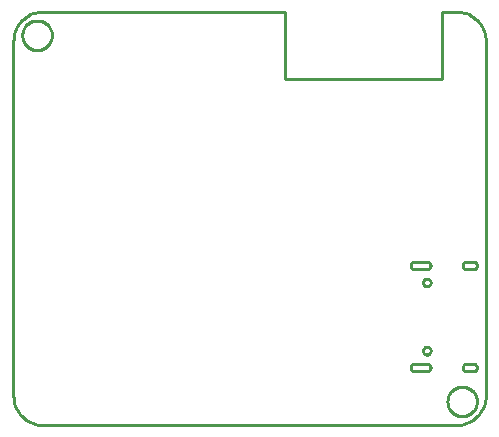
<source format=gbr>
G04 EAGLE Gerber RS-274X export*
G75*
%MOMM*%
%FSLAX34Y34*%
%LPD*%
%IN*%
%IPPOS*%
%AMOC8*
5,1,8,0,0,1.08239X$1,22.5*%
G01*
%ADD10C,0.254000*%


D10*
X0Y25000D02*
X95Y22821D01*
X380Y20659D01*
X852Y18530D01*
X1508Y16450D01*
X2342Y14435D01*
X3349Y12500D01*
X4521Y10661D01*
X5849Y8930D01*
X7322Y7322D01*
X8930Y5849D01*
X10661Y4521D01*
X12500Y3349D01*
X14435Y2342D01*
X16450Y1508D01*
X18530Y852D01*
X20659Y380D01*
X22821Y95D01*
X25000Y0D01*
X375000Y0D01*
X377179Y95D01*
X379341Y380D01*
X381470Y852D01*
X383551Y1508D01*
X385565Y2342D01*
X387500Y3349D01*
X389339Y4521D01*
X391070Y5849D01*
X392678Y7322D01*
X394151Y8930D01*
X395479Y10661D01*
X396651Y12500D01*
X397658Y14435D01*
X398492Y16450D01*
X399148Y18530D01*
X399620Y20659D01*
X399905Y22821D01*
X400000Y25000D01*
X400000Y325000D01*
X399905Y327179D01*
X399620Y329341D01*
X399148Y331470D01*
X398492Y333551D01*
X397658Y335565D01*
X396651Y337500D01*
X395479Y339339D01*
X394151Y341070D01*
X392678Y342678D01*
X391070Y344151D01*
X389339Y345479D01*
X387500Y346651D01*
X385565Y347658D01*
X383551Y348492D01*
X381470Y349148D01*
X379341Y349620D01*
X377179Y349905D01*
X375000Y350000D01*
X362698Y350000D01*
X362698Y293000D01*
X230000Y293000D01*
X230000Y350000D01*
X25000Y350000D01*
X22821Y349905D01*
X20659Y349620D01*
X18530Y349148D01*
X16450Y348492D01*
X14435Y347658D01*
X12500Y346651D01*
X10661Y345479D01*
X8930Y344151D01*
X7322Y342678D01*
X5849Y341070D01*
X4521Y339339D01*
X3349Y337500D01*
X2342Y335565D01*
X1508Y333551D01*
X852Y331470D01*
X380Y329341D01*
X95Y327179D01*
X0Y325000D01*
X0Y25000D01*
X339250Y132100D02*
X350250Y132100D01*
X350511Y132111D01*
X350771Y132146D01*
X351026Y132202D01*
X351276Y132281D01*
X351518Y132381D01*
X351750Y132502D01*
X351971Y132643D01*
X352178Y132802D01*
X352371Y132979D01*
X352548Y133172D01*
X352707Y133379D01*
X352848Y133600D01*
X352969Y133832D01*
X353069Y134074D01*
X353148Y134324D01*
X353204Y134579D01*
X353239Y134839D01*
X353250Y135100D01*
X353239Y135361D01*
X353204Y135621D01*
X353148Y135876D01*
X353069Y136126D01*
X352969Y136368D01*
X352848Y136600D01*
X352707Y136821D01*
X352548Y137028D01*
X352371Y137221D01*
X352178Y137398D01*
X351971Y137557D01*
X351750Y137698D01*
X351518Y137819D01*
X351276Y137919D01*
X351026Y137998D01*
X350771Y138054D01*
X350511Y138089D01*
X350250Y138100D01*
X339250Y138100D01*
X338989Y138089D01*
X338729Y138054D01*
X338474Y137998D01*
X338224Y137919D01*
X337982Y137819D01*
X337750Y137698D01*
X337529Y137557D01*
X337322Y137398D01*
X337129Y137221D01*
X336952Y137028D01*
X336793Y136821D01*
X336652Y136600D01*
X336531Y136368D01*
X336431Y136126D01*
X336352Y135876D01*
X336296Y135621D01*
X336261Y135361D01*
X336250Y135100D01*
X336261Y134839D01*
X336296Y134579D01*
X336352Y134324D01*
X336431Y134074D01*
X336531Y133832D01*
X336652Y133600D01*
X336793Y133379D01*
X336952Y133172D01*
X337129Y132979D01*
X337322Y132802D01*
X337529Y132643D01*
X337750Y132502D01*
X337982Y132381D01*
X338224Y132281D01*
X338474Y132202D01*
X338729Y132146D01*
X338989Y132111D01*
X339250Y132100D01*
X383400Y132100D02*
X389600Y132100D01*
X389861Y132111D01*
X390121Y132146D01*
X390376Y132202D01*
X390626Y132281D01*
X390868Y132381D01*
X391100Y132502D01*
X391321Y132643D01*
X391528Y132802D01*
X391721Y132979D01*
X391898Y133172D01*
X392057Y133379D01*
X392198Y133600D01*
X392319Y133832D01*
X392419Y134074D01*
X392498Y134324D01*
X392554Y134579D01*
X392589Y134839D01*
X392600Y135100D01*
X392589Y135361D01*
X392554Y135621D01*
X392498Y135876D01*
X392419Y136126D01*
X392319Y136368D01*
X392198Y136600D01*
X392057Y136821D01*
X391898Y137028D01*
X391721Y137221D01*
X391528Y137398D01*
X391321Y137557D01*
X391100Y137698D01*
X390868Y137819D01*
X390626Y137919D01*
X390376Y137998D01*
X390121Y138054D01*
X389861Y138089D01*
X389600Y138100D01*
X383400Y138100D01*
X383139Y138089D01*
X382879Y138054D01*
X382624Y137998D01*
X382374Y137919D01*
X382132Y137819D01*
X381900Y137698D01*
X381679Y137557D01*
X381472Y137398D01*
X381279Y137221D01*
X381102Y137028D01*
X380943Y136821D01*
X380802Y136600D01*
X380681Y136368D01*
X380581Y136126D01*
X380502Y135876D01*
X380446Y135621D01*
X380411Y135361D01*
X380400Y135100D01*
X380411Y134839D01*
X380446Y134579D01*
X380502Y134324D01*
X380581Y134074D01*
X380681Y133832D01*
X380802Y133600D01*
X380943Y133379D01*
X381102Y133172D01*
X381279Y132979D01*
X381472Y132802D01*
X381679Y132643D01*
X381900Y132502D01*
X382132Y132381D01*
X382374Y132281D01*
X382624Y132202D01*
X382879Y132146D01*
X383139Y132111D01*
X383400Y132100D01*
X383400Y45700D02*
X389600Y45700D01*
X389861Y45711D01*
X390121Y45746D01*
X390376Y45802D01*
X390626Y45881D01*
X390868Y45981D01*
X391100Y46102D01*
X391321Y46243D01*
X391528Y46402D01*
X391721Y46579D01*
X391898Y46772D01*
X392057Y46979D01*
X392198Y47200D01*
X392319Y47432D01*
X392419Y47674D01*
X392498Y47924D01*
X392554Y48179D01*
X392589Y48439D01*
X392600Y48700D01*
X392589Y48961D01*
X392554Y49221D01*
X392498Y49476D01*
X392419Y49726D01*
X392319Y49968D01*
X392198Y50200D01*
X392057Y50421D01*
X391898Y50628D01*
X391721Y50821D01*
X391528Y50998D01*
X391321Y51157D01*
X391100Y51298D01*
X390868Y51419D01*
X390626Y51519D01*
X390376Y51598D01*
X390121Y51654D01*
X389861Y51689D01*
X389600Y51700D01*
X383400Y51700D01*
X383139Y51689D01*
X382879Y51654D01*
X382624Y51598D01*
X382374Y51519D01*
X382132Y51419D01*
X381900Y51298D01*
X381679Y51157D01*
X381472Y50998D01*
X381279Y50821D01*
X381102Y50628D01*
X380943Y50421D01*
X380802Y50200D01*
X380681Y49968D01*
X380581Y49726D01*
X380502Y49476D01*
X380446Y49221D01*
X380411Y48961D01*
X380400Y48700D01*
X380411Y48439D01*
X380446Y48179D01*
X380502Y47924D01*
X380581Y47674D01*
X380681Y47432D01*
X380802Y47200D01*
X380943Y46979D01*
X381102Y46772D01*
X381279Y46579D01*
X381472Y46402D01*
X381679Y46243D01*
X381900Y46102D01*
X382132Y45981D01*
X382374Y45881D01*
X382624Y45802D01*
X382879Y45746D01*
X383139Y45711D01*
X383400Y45700D01*
X339250Y45700D02*
X350250Y45700D01*
X350511Y45711D01*
X350771Y45746D01*
X351026Y45802D01*
X351276Y45881D01*
X351518Y45981D01*
X351750Y46102D01*
X351971Y46243D01*
X352178Y46402D01*
X352371Y46579D01*
X352548Y46772D01*
X352707Y46979D01*
X352848Y47200D01*
X352969Y47432D01*
X353069Y47674D01*
X353148Y47924D01*
X353204Y48179D01*
X353239Y48439D01*
X353250Y48700D01*
X353239Y48961D01*
X353204Y49221D01*
X353148Y49476D01*
X353069Y49726D01*
X352969Y49968D01*
X352848Y50200D01*
X352707Y50421D01*
X352548Y50628D01*
X352371Y50821D01*
X352178Y50998D01*
X351971Y51157D01*
X351750Y51298D01*
X351518Y51419D01*
X351276Y51519D01*
X351026Y51598D01*
X350771Y51654D01*
X350511Y51689D01*
X350250Y51700D01*
X339250Y51700D01*
X338989Y51689D01*
X338729Y51654D01*
X338474Y51598D01*
X338224Y51519D01*
X337982Y51419D01*
X337750Y51298D01*
X337529Y51157D01*
X337322Y50998D01*
X337129Y50821D01*
X336952Y50628D01*
X336793Y50421D01*
X336652Y50200D01*
X336531Y49968D01*
X336431Y49726D01*
X336352Y49476D01*
X336296Y49221D01*
X336261Y48961D01*
X336250Y48700D01*
X336261Y48439D01*
X336296Y48179D01*
X336352Y47924D01*
X336431Y47674D01*
X336531Y47432D01*
X336652Y47200D01*
X336793Y46979D01*
X336952Y46772D01*
X337129Y46579D01*
X337322Y46402D01*
X337529Y46243D01*
X337750Y46102D01*
X337982Y45981D01*
X338224Y45881D01*
X338474Y45802D01*
X338729Y45746D01*
X338989Y45711D01*
X339250Y45700D01*
X32500Y329509D02*
X32423Y328530D01*
X32269Y327560D01*
X32040Y326604D01*
X31736Y325670D01*
X31361Y324763D01*
X30915Y323888D01*
X30401Y323050D01*
X29824Y322255D01*
X29186Y321508D01*
X28492Y320814D01*
X27745Y320176D01*
X26950Y319599D01*
X26112Y319085D01*
X25237Y318639D01*
X24330Y318264D01*
X23396Y317960D01*
X22441Y317731D01*
X21470Y317577D01*
X20491Y317500D01*
X19509Y317500D01*
X18530Y317577D01*
X17560Y317731D01*
X16604Y317960D01*
X15670Y318264D01*
X14763Y318639D01*
X13888Y319085D01*
X13050Y319599D01*
X12255Y320176D01*
X11508Y320814D01*
X10814Y321508D01*
X10176Y322255D01*
X9599Y323050D01*
X9085Y323888D01*
X8639Y324763D01*
X8264Y325670D01*
X7960Y326604D01*
X7731Y327560D01*
X7577Y328530D01*
X7500Y329509D01*
X7500Y330491D01*
X7577Y331470D01*
X7731Y332441D01*
X7960Y333396D01*
X8264Y334330D01*
X8639Y335237D01*
X9085Y336112D01*
X9599Y336950D01*
X10176Y337745D01*
X10814Y338492D01*
X11508Y339186D01*
X12255Y339824D01*
X13050Y340401D01*
X13888Y340915D01*
X14763Y341361D01*
X15670Y341736D01*
X16604Y342040D01*
X17560Y342269D01*
X18530Y342423D01*
X19509Y342500D01*
X20491Y342500D01*
X21470Y342423D01*
X22441Y342269D01*
X23396Y342040D01*
X24330Y341736D01*
X25237Y341361D01*
X26112Y340915D01*
X26950Y340401D01*
X27745Y339824D01*
X28492Y339186D01*
X29186Y338492D01*
X29824Y337745D01*
X30401Y336950D01*
X30915Y336112D01*
X31361Y335237D01*
X31736Y334330D01*
X32040Y333396D01*
X32269Y332441D01*
X32423Y331470D01*
X32500Y330491D01*
X32500Y329509D01*
X392500Y19509D02*
X392423Y18530D01*
X392269Y17560D01*
X392040Y16604D01*
X391736Y15670D01*
X391361Y14763D01*
X390915Y13888D01*
X390401Y13050D01*
X389824Y12255D01*
X389186Y11508D01*
X388492Y10814D01*
X387745Y10176D01*
X386950Y9599D01*
X386112Y9085D01*
X385237Y8639D01*
X384330Y8264D01*
X383396Y7960D01*
X382441Y7731D01*
X381470Y7577D01*
X380491Y7500D01*
X379509Y7500D01*
X378530Y7577D01*
X377560Y7731D01*
X376604Y7960D01*
X375670Y8264D01*
X374763Y8639D01*
X373888Y9085D01*
X373050Y9599D01*
X372255Y10176D01*
X371508Y10814D01*
X370814Y11508D01*
X370176Y12255D01*
X369599Y13050D01*
X369085Y13888D01*
X368639Y14763D01*
X368264Y15670D01*
X367960Y16604D01*
X367731Y17560D01*
X367577Y18530D01*
X367500Y19509D01*
X367500Y20491D01*
X367577Y21470D01*
X367731Y22441D01*
X367960Y23396D01*
X368264Y24330D01*
X368639Y25237D01*
X369085Y26112D01*
X369599Y26950D01*
X370176Y27745D01*
X370814Y28492D01*
X371508Y29186D01*
X372255Y29824D01*
X373050Y30401D01*
X373888Y30915D01*
X374763Y31361D01*
X375670Y31736D01*
X376604Y32040D01*
X377560Y32269D01*
X378530Y32423D01*
X379509Y32500D01*
X380491Y32500D01*
X381470Y32423D01*
X382441Y32269D01*
X383396Y32040D01*
X384330Y31736D01*
X385237Y31361D01*
X386112Y30915D01*
X386950Y30401D01*
X387745Y29824D01*
X388492Y29186D01*
X389186Y28492D01*
X389824Y27745D01*
X390401Y26950D01*
X390915Y26112D01*
X391361Y25237D01*
X391736Y24330D01*
X392040Y23396D01*
X392269Y22441D01*
X392423Y21470D01*
X392500Y20491D01*
X392500Y19509D01*
X350263Y66250D02*
X350685Y66194D01*
X351097Y66084D01*
X351491Y65921D01*
X351859Y65708D01*
X352197Y65449D01*
X352499Y65147D01*
X352758Y64809D01*
X352971Y64441D01*
X353134Y64047D01*
X353244Y63635D01*
X353300Y63213D01*
X353300Y62787D01*
X353244Y62365D01*
X353134Y61953D01*
X352971Y61559D01*
X352758Y61191D01*
X352499Y60853D01*
X352197Y60551D01*
X351859Y60292D01*
X351491Y60079D01*
X351097Y59916D01*
X350685Y59806D01*
X350263Y59750D01*
X349837Y59750D01*
X349415Y59806D01*
X349003Y59916D01*
X348609Y60079D01*
X348241Y60292D01*
X347903Y60551D01*
X347601Y60853D01*
X347342Y61191D01*
X347129Y61559D01*
X346966Y61953D01*
X346856Y62365D01*
X346800Y62787D01*
X346800Y63213D01*
X346856Y63635D01*
X346966Y64047D01*
X347129Y64441D01*
X347342Y64809D01*
X347601Y65147D01*
X347903Y65449D01*
X348241Y65708D01*
X348609Y65921D01*
X349003Y66084D01*
X349415Y66194D01*
X349837Y66250D01*
X350263Y66250D01*
X350263Y124050D02*
X350685Y123994D01*
X351097Y123884D01*
X351491Y123721D01*
X351859Y123508D01*
X352197Y123249D01*
X352499Y122947D01*
X352758Y122609D01*
X352971Y122241D01*
X353134Y121847D01*
X353244Y121435D01*
X353300Y121013D01*
X353300Y120587D01*
X353244Y120165D01*
X353134Y119753D01*
X352971Y119359D01*
X352758Y118991D01*
X352499Y118653D01*
X352197Y118351D01*
X351859Y118092D01*
X351491Y117879D01*
X351097Y117716D01*
X350685Y117606D01*
X350263Y117550D01*
X349837Y117550D01*
X349415Y117606D01*
X349003Y117716D01*
X348609Y117879D01*
X348241Y118092D01*
X347903Y118351D01*
X347601Y118653D01*
X347342Y118991D01*
X347129Y119359D01*
X346966Y119753D01*
X346856Y120165D01*
X346800Y120587D01*
X346800Y121013D01*
X346856Y121435D01*
X346966Y121847D01*
X347129Y122241D01*
X347342Y122609D01*
X347601Y122947D01*
X347903Y123249D01*
X348241Y123508D01*
X348609Y123721D01*
X349003Y123884D01*
X349415Y123994D01*
X349837Y124050D01*
X350263Y124050D01*
M02*

</source>
